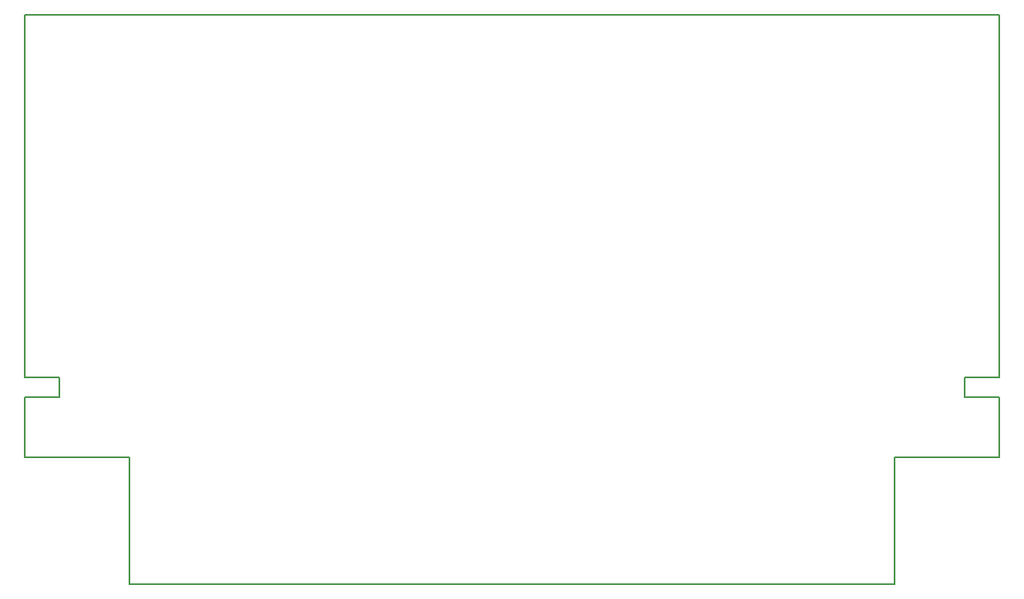
<source format=gbr>
G04 DipTrace 4.0.0.5*
G04 BoardOutline.gbr*
%MOIN*%
G04 #@! TF.FileFunction,Profile*
G04 #@! TF.Part,Single*
%ADD12C,0.005512*%
%FSLAX26Y26*%
G04*
G70*
G90*
G75*
G01*
G04 BoardOutline*
%LPD*%
X816929Y904896D2*
D12*
Y393701D1*
X3907480D1*
Y904896D1*
X4330709D1*
Y1150959D1*
X4192913D1*
Y1229699D1*
X4330709D1*
Y2696235D1*
X393701D1*
Y1229699D1*
X531496D1*
Y1150959D1*
X393701D1*
Y904896D1*
X816929D1*
M02*

</source>
